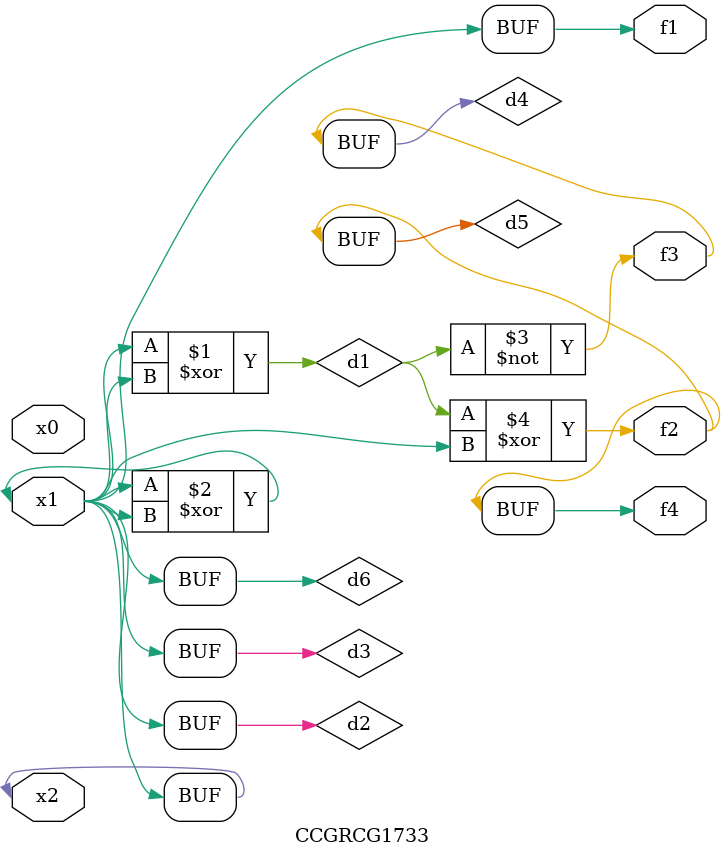
<source format=v>
module CCGRCG1733(
	input x0, x1, x2,
	output f1, f2, f3, f4
);

	wire d1, d2, d3, d4, d5, d6;

	xor (d1, x1, x2);
	buf (d2, x1, x2);
	xor (d3, x1, x2);
	nor (d4, d1);
	xor (d5, d1, d2);
	buf (d6, d2, d3);
	assign f1 = d6;
	assign f2 = d5;
	assign f3 = d4;
	assign f4 = d5;
endmodule

</source>
